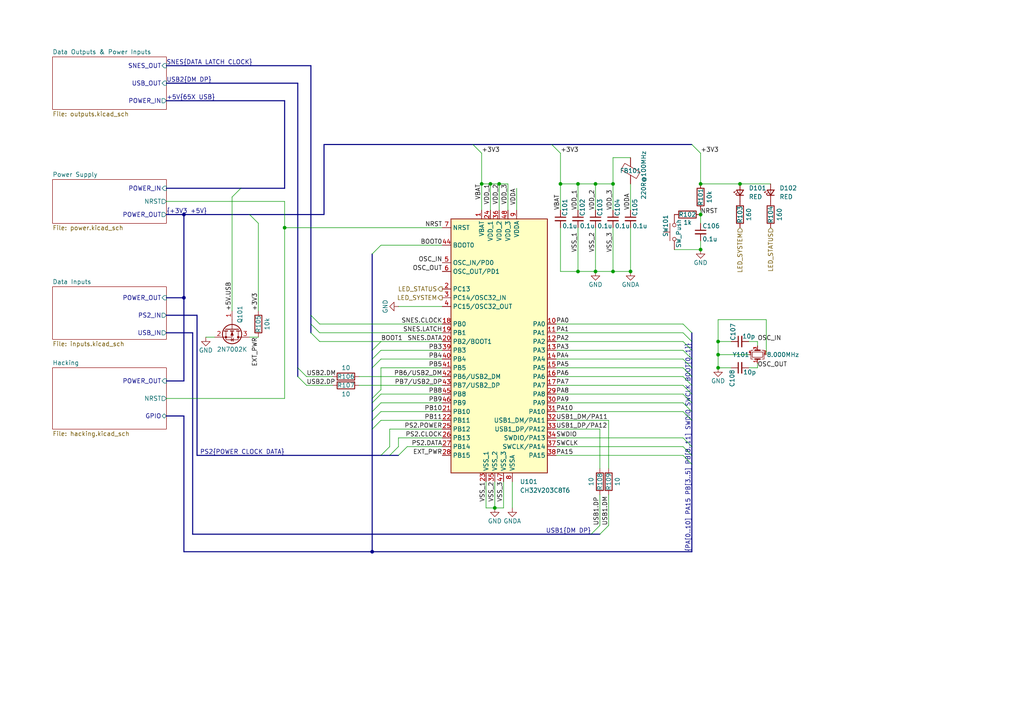
<source format=kicad_sch>
(kicad_sch (version 20231120) (generator "eeschema") (generator_version "8.0")
  (paper "A4")
  (lib_symbols
    (symbol "Device:C_Small" (pin_numbers hide) (pin_names (offset 0.254) hide)
      (property "Reference" "C" (at 0.254 1.778 0))
      (property "Value" "C_Small" (at 0.254 -2.032 0))
      (symbol "C_Small_0_1"
        (polyline (pts (xy -1.524 -0.508) (xy 1.524 -0.508)) (stroke (width 0.3302)))
        (polyline (pts (xy -1.524 0.508) (xy 1.524 0.508)) (stroke (width 0.3048)))
      )
      (symbol "C_Small_1_1"
        (pin passive line (at 0 2.54 270) (length 2.032) (name "~") (number "1"))
        (pin passive line (at 0 -2.54 90) (length 2.032) (name "~") (number "2"))
      )
    )
    (symbol "Device:Crystal_GND24_Small" (pin_names (offset 1.016) hide)
      (property "Reference" "Y" (at 1.27 4.445 0))
      (property "Value" "Crystal_GND24_Small" (at 1.27 2.54 0))
      (symbol "Crystal_GND24_Small_0_1"
        (rectangle (start -0.762 -1.524) (end 0.762 1.524))
        (polyline (pts (xy -1.27 -0.762) (xy -1.27 0.762)) (stroke (width 0.381)))
        (polyline (pts (xy 1.27 -0.762) (xy 1.27 0.762)) (stroke (width 0.381)))
        (polyline (pts (xy -1.27 -1.27) (xy -1.27 -1.905) (xy 1.27 -1.905) (xy 1.27 -1.27)))
        (polyline (pts (xy -1.27 1.27) (xy -1.27 1.905) (xy 1.27 1.905) (xy 1.27 1.27)))
      )
      (symbol "Crystal_GND24_Small_1_1"
        (pin passive line (at -2.54 0 0) (length 1.27) (name "1") (number "1"))
        (pin passive line (at 0 -2.54 90) (length 0.635) (name "2") (number "2"))
        (pin passive line (at 2.54 0 180) (length 1.27) (name "3") (number "3"))
        (pin passive line (at 0 2.54 270) (length 0.635) (name "4") (number "4"))
      )
    )
    (symbol "Device:FerriteBead" (pin_numbers hide) (pin_names (offset 0))
      (property "Reference" "FB" (at -3.81 0.635 90))
      (property "Value" "FerriteBead" (at 3.81 0 90))
      (symbol "FerriteBead_0_1"
        (polyline (pts (xy 0 -1.27) (xy 0 -1.2192)))
        (polyline (pts (xy 0 1.27) (xy 0 1.2954)))
        (polyline (pts (xy -2.7686 0.4064) (xy -1.7018 2.2606) (xy 2.7686 -0.3048) (xy 1.6764 -2.159) (xy -2.7686 0.4064)))
      )
      (symbol "FerriteBead_1_1"
        (pin passive line (at 0 3.81 270) (length 2.54) (name "~") (number "1"))
        (pin passive line (at 0 -3.81 90) (length 2.54) (name "~") (number "2"))
      )
    )
    (symbol "Device:LED_Small" (pin_numbers hide) (pin_names (offset 0.254) hide)
      (property "Reference" "D" (at -1.27 3.175 0))
      (property "Value" "LED_Small" (at -4.445 -2.54 0))
      (symbol "LED_Small_0_1"
        (polyline (pts (xy -0.762 -1.016) (xy -0.762 1.016)) (stroke (width 0.254)))
        (polyline (pts (xy 1.016 0) (xy -0.762 0)))
        (polyline (pts (xy 0.762 -1.016) (xy -0.762 0) (xy 0.762 1.016) (xy 0.762 -1.016)) (stroke (width 0.254)))
        (polyline (pts (xy 0 0.762) (xy -0.508 1.27) (xy -0.254 1.27) (xy -0.508 1.27) (xy -0.508 1.016)))
        (polyline (pts (xy 0.508 1.27) (xy 0 1.778) (xy 0.254 1.778) (xy 0 1.778) (xy 0 1.524)))
      )
      (symbol "LED_Small_1_1"
        (pin passive line (at -2.54 0 0) (length 1.778) (name "K") (number "1"))
        (pin passive line (at 2.54 0 180) (length 1.778) (name "A") (number "2"))
      )
    )
    (symbol "Device:R" (pin_numbers hide) (pin_names (offset 0))
      (property "Reference" "R" (at 2.032 0 90))
      (property "Value" "R" (at 0 0 90))
      (symbol "R_0_1"
        (rectangle (start -1.016 -2.54) (end 1.016 2.54) (stroke (width 0.254)))
      )
      (symbol "R_1_1"
        (pin passive line (at 0 3.81 270) (length 1.27) (name "~") (number "1"))
        (pin passive line (at 0 -3.81 90) (length 1.27) (name "~") (number "2"))
      )
    )
    (symbol "Switch:SW_Push" (pin_numbers hide) (pin_names (offset 1.016) hide)
      (property "Reference" "SW" (at 1.27 2.54 0))
      (property "Value" "SW_Push" (at 0 -1.524 0))
      (symbol "SW_Push_0_1"
        (circle (center -2.032 0) (radius 0.508))
        (polyline (pts (xy 0 1.27) (xy 0 3.048)))
        (polyline (pts (xy 2.54 1.27) (xy -2.54 1.27)))
        (circle (center 2.032 0) (radius 0.508))
        (pin passive line (at -5.08 0 0) (length 2.54) (name "1") (number "1"))
        (pin passive line (at 5.08 0 180) (length 2.54) (name "2") (number "2"))
      )
    )
    (symbol "Transistor_FET:2N7002K" (pin_names hide)
      (property "Reference" "Q" (at 5.08 1.905 0))
      (property "Value" "2N7002K" (at 5.08 0 0))
      (symbol "2N7002K_0_1"
        (polyline (pts (xy 0.254 0) (xy -2.54 0)))
        (polyline (pts (xy 0.254 1.905) (xy 0.254 -1.905)) (stroke (width 0.254)))
        (polyline (pts (xy 0.762 -1.27) (xy 0.762 -2.286)) (stroke (width 0.254)))
        (polyline (pts (xy 0.762 0.508) (xy 0.762 -0.508)) (stroke (width 0.254)))
        (polyline (pts (xy 0.762 2.286) (xy 0.762 1.27)) (stroke (width 0.254)))
        (polyline (pts (xy 2.54 2.54) (xy 2.54 1.778)))
        (polyline (pts (xy 2.54 -2.54) (xy 2.54 0) (xy 0.762 0)))
        (polyline (pts (xy 0.762 -1.778) (xy 3.302 -1.778) (xy 3.302 1.778) (xy 0.762 1.778)))
        (polyline (pts (xy 1.016 0) (xy 2.032 0.381) (xy 2.032 -0.381) (xy 1.016 0)) (fill (type outline)))
        (polyline (pts (xy 2.794 0.508) (xy 2.921 0.381) (xy 3.683 0.381) (xy 3.81 0.254)))
        (polyline (pts (xy 3.302 0.381) (xy 2.921 -0.254) (xy 3.683 -0.254) (xy 3.302 0.381)))
        (circle (center 1.651 0) (radius 2.794) (stroke (width 0.254)))
        (circle (center 2.54 -1.778) (radius 0.254) (fill (type outline)))
        (circle (center 2.54 1.778) (radius 0.254) (fill (type outline)))
      )
      (symbol "2N7002K_1_1"
        (pin input line (at -5.08 0 0) (length 2.54) (name "G") (number "1"))
        (pin passive line (at 2.54 -5.08 90) (length 2.54) (name "S") (number "2"))
        (pin passive line (at 2.54 5.08 270) (length 2.54) (name "D") (number "3"))
      )
    )
    (symbol "WCH MCUs:CH32V203CxT6"
      (property "Reference" "U" (at -10.16 -41.91 0))
      (property "Value" "CH32V203CxT6" (at -19.05 -41.91 0))
      (symbol "CH32V203CxT6_0_1"
        (rectangle (start -13.97 38.1) (end 13.97 -35.56) (stroke (width 0.254)) (fill (type background)))
      )
      (symbol "CH32V203CxT6_1_1"
        (pin power_in line (at -5.08 40.64 270) (length 2.54) (name "VBAT") (number "1"))
        (pin bidirectional line (at 16.51 7.62 180) (length 2.54) (name "PA0") (number "10"))
        (pin bidirectional line (at 16.51 5.08 180) (length 2.54) (name "PA1") (number "11"))
        (pin bidirectional line (at 16.51 2.54 180) (length 2.54) (name "PA2") (number "12"))
        (pin bidirectional line (at 16.51 0 180) (length 2.54) (name "PA3") (number "13"))
        (pin bidirectional line (at 16.51 -2.54 180) (length 2.54) (name "PA4") (number "14"))
        (pin bidirectional line (at 16.51 -5.08 180) (length 2.54) (name "PA5") (number "15"))
        (pin bidirectional line (at 16.51 -7.62 180) (length 2.54) (name "PA6") (number "16"))
        (pin bidirectional line (at 16.51 -10.16 180) (length 2.54) (name "PA7") (number "17"))
        (pin bidirectional line (at -16.51 7.62 0) (length 2.54) (name "PB0") (number "18"))
        (pin bidirectional line (at -16.51 5.08 0) (length 2.54) (name "PB1") (number "19"))
        (pin bidirectional line (at -16.51 17.78 0) (length 2.54) (name "PC13") (number "2"))
        (pin bidirectional line (at -16.51 2.54 0) (length 2.54) (name "PB2/BOOT1") (number "20"))
        (pin bidirectional line (at -16.51 -17.78 0) (length 2.54) (name "PB10") (number "21"))
        (pin bidirectional line (at -16.51 -20.32 0) (length 2.54) (name "PB11") (number "22"))
        (pin power_in line (at -3.81 -38.1 90) (length 2.54) (name "VSS_1") (number "23"))
        (pin power_in line (at -2.54 40.64 270) (length 2.54) (name "VDD_1") (number "24"))
        (pin bidirectional line (at -16.51 -22.86 0) (length 2.54) (name "PB12") (number "25"))
        (pin bidirectional line (at -16.51 -25.4 0) (length 2.54) (name "PB13") (number "26"))
        (pin bidirectional line (at -16.51 -27.94 0) (length 2.54) (name "PB14") (number "27"))
        (pin bidirectional line (at -16.51 -30.48 0) (length 2.54) (name "PB15") (number "28"))
        (pin bidirectional line (at 16.51 -12.7 180) (length 2.54) (name "PA8") (number "29"))
        (pin bidirectional line (at -16.51 15.24 0) (length 2.54) (name "PC14/OSC32_IN") (number "3"))
        (pin bidirectional line (at 16.51 -15.24 180) (length 2.54) (name "PA9") (number "30"))
        (pin bidirectional line (at 16.51 -17.78 180) (length 2.54) (name "PA10") (number "31"))
        (pin bidirectional line (at 16.51 -20.32 180) (length 2.54) (name "USB1_DM/PA11") (number "32"))
        (pin bidirectional line (at 16.51 -22.86 180) (length 2.54) (name "USB1_DP/PA12") (number "33"))
        (pin bidirectional line (at 16.51 -25.4 180) (length 2.54) (name "SWDIO/PA13") (number "34"))
        (pin power_in line (at -1.27 -38.1 90) (length 2.54) (name "VSS_2") (number "35"))
        (pin power_in line (at 0 40.64 270) (length 2.54) (name "VDD_2") (number "36"))
        (pin bidirectional line (at 16.51 -27.94 180) (length 2.54) (name "SWCLK/PA14") (number "37"))
        (pin bidirectional line (at 16.51 -30.48 180) (length 2.54) (name "PA15") (number "38"))
        (pin bidirectional line (at -16.51 0 0) (length 2.54) (name "PB3") (number "39"))
        (pin bidirectional line (at -16.51 12.7 0) (length 2.54) (name "PC15/OSC32_OUT") (number "4"))
        (pin bidirectional line (at -16.51 -2.54 0) (length 2.54) (name "PB4") (number "40"))
        (pin bidirectional line (at -16.51 -5.08 0) (length 2.54) (name "PB5") (number "41"))
        (pin bidirectional line (at -16.51 -7.62 0) (length 2.54) (name "PB6/USB2_DM") (number "42"))
        (pin bidirectional line (at -16.51 -10.16 0) (length 2.54) (name "PB7/USB2_DP") (number "43"))
        (pin input line (at -16.51 30.48 0) (length 2.54) (name "BOOT0") (number "44"))
        (pin bidirectional line (at -16.51 -12.7 0) (length 2.54) (name "PB8") (number "45"))
        (pin bidirectional line (at -16.51 -15.24 0) (length 2.54) (name "PB9") (number "46"))
        (pin power_in line (at 1.27 -38.1 90) (length 2.54) (name "VSS_3") (number "47"))
        (pin power_in line (at 2.54 40.64 270) (length 2.54) (name "VDD_3") (number "48"))
        (pin input line (at -16.51 25.4 0) (length 2.54) (name "OSC_IN/PD0") (number "5"))
        (pin input line (at -16.51 22.86 0) (length 2.54) (name "OSC_OUT/PD1") (number "6"))
        (pin input line (at -16.51 35.56 0) (length 2.54) (name "NRST") (number "7"))
        (pin power_in line (at 3.81 -38.1 90) (length 2.54) (name "VSSA") (number "8"))
        (pin power_in line (at 5.08 40.64 270) (length 2.54) (name "VDDA") (number "9"))
      )
    )
    (symbol "power:GND" (power) (pin_numbers hide) (pin_names (offset 0) hide)
      (property "Value" "GND" (at 0 -3.81 0))
      (symbol "GND_0_1"
        (polyline (pts (xy 0 0) (xy 0 -1.27) (xy 1.27 -1.27) (xy 0 -2.54) (xy -1.27 -1.27) (xy 0 -1.27)))
      )
      (symbol "GND_1_1"
        (pin power_in line (at 0 0 270) (length 0) (name "~") (number "1"))
      )
    )
    (symbol "power:GNDA" (power) (pin_numbers hide) (pin_names (offset 0) hide)
      (property "Value" "GNDA" (at 0 -3.81 0))
      (symbol "GNDA_0_1"
        (polyline (pts (xy 0 0) (xy 0 -1.27) (xy 1.27 -1.27) (xy 0 -2.54) (xy -1.27 -1.27) (xy 0 -1.27)))
      )
      (symbol "GNDA_1_1"
        (pin power_in line (at 0 0 270) (length 0) (name "~") (number "1"))
      )
    )
  )
  (junction (at 208.28 99.06))
  (junction (at 208.28 102.87))
  (junction (at 143.51 147.32))
  (junction (at 82.55 66.04))
  (junction (at 167.64 78.74))
  (junction (at 107.95 160.02))
  (junction (at 214.63 53.34))
  (junction (at 203.2 62.23))
  (junction (at 162.56 53.34))
  (junction (at 53.34 86.36))
  (junction (at 182.88 78.74))
  (junction (at 144.78 53.34))
  (junction (at 203.2 72.39))
  (junction (at 208.28 106.68))
  (junction (at 177.8 78.74))
  (junction (at 139.7 53.34))
  (junction (at 203.2 53.34))
  (junction (at 172.72 53.34))
  (junction (at 142.24 53.34))
  (junction (at 167.64 53.34))
  (junction (at 172.72 78.74))
  (junction (at 53.34 62.23))
  (junction (at 177.8 53.34))
  (bus_entry (at 198.12 127) (size 2.54 2.54))
  (bus_entry (at 198.12 109.22) (size 2.54 2.54))
  (bus_entry (at 113.03 129.54) (size -2.54 2.54))
  (bus_entry (at 198.12 111.76) (size 2.54 2.54))
  (bus_entry (at 110.49 116.84) (size -2.54 2.54))
  (bus_entry (at 90.17 91.44) (size 2.54 2.54))
  (bus_entry (at 198.12 106.68) (size 2.54 2.54))
  (bus_entry (at 72.39 62.23) (size 2.54 2.54))
  (bus_entry (at 107.95 73.66) (size 2.54 -2.54))
  (bus_entry (at 160.02 41.91) (size 2.54 2.54))
  (bus_entry (at 198.12 132.08) (size 2.54 2.54))
  (bus_entry (at 110.49 119.38) (size -2.54 2.54))
  (bus_entry (at 90.17 96.52) (size 2.54 2.54))
  (bus_entry (at 110.49 113.03) (size -2.54 2.54))
  (bus_entry (at 198.12 104.14) (size 2.54 2.54))
  (bus_entry (at 198.12 116.84) (size 2.54 2.54))
  (bus_entry (at 118.11 129.54) (size -2.54 2.54))
  (bus_entry (at 198.12 101.6) (size 2.54 2.54))
  (bus_entry (at 110.49 121.92) (size -2.54 2.54))
  (bus_entry (at 198.12 114.3) (size 2.54 2.54))
  (bus_entry (at 198.12 119.38) (size 2.54 2.54))
  (bus_entry (at 86.36 109.22) (size 2.54 2.54))
  (bus_entry (at 137.16 41.91) (size 2.54 2.54))
  (bus_entry (at 107.95 101.6) (size 2.54 -2.54))
  (bus_entry (at 115.57 129.54) (size -2.54 2.54))
  (bus_entry (at 90.17 93.98) (size 2.54 2.54))
  (bus_entry (at 86.36 106.68) (size 2.54 2.54))
  (bus_entry (at 173.99 154.94) (size 2.54 -2.54))
  (bus_entry (at 198.12 99.06) (size 2.54 2.54))
  (bus_entry (at 107.95 116.84) (size 2.54 -2.54))
  (bus_entry (at 110.49 104.14) (size -2.54 2.54))
  (bus_entry (at 171.45 154.94) (size 2.54 -2.54))
  (bus_entry (at 198.12 96.52) (size 2.54 2.54))
  (bus_entry (at 69.85 54.61) (size -2.54 2.54))
  (bus_entry (at 198.12 93.98) (size 2.54 2.54))
  (bus_entry (at 110.49 101.6) (size -2.54 2.54))
  (bus_entry (at 200.66 41.91) (size 2.54 2.54))
  (bus_entry (at 198.12 129.54) (size 2.54 2.54))
  (wire (pts (xy 92.71 93.98) (xy 128.27 93.98)))
  (bus (pts (xy 55.88 96.52) (xy 48.26 96.52)))
  (bus (pts (xy 90.17 93.98) (xy 90.17 91.44)))
  (wire (pts (xy 222.25 92.71) (xy 222.25 102.87)))
  (bus (pts (xy 57.15 132.08) (xy 57.15 91.44)))
  (wire (pts (xy 161.29 96.52) (xy 198.12 96.52)))
  (bus (pts (xy 53.34 62.23) (xy 53.34 86.36)))
  (wire (pts (xy 92.71 99.06) (xy 110.49 99.06)))
  (wire (pts (xy 177.8 45.72) (xy 177.8 53.34)))
  (wire (pts (xy 161.29 106.68) (xy 198.12 106.68)))
  (wire (pts (xy 161.29 104.14) (xy 198.12 104.14)))
  (wire (pts (xy 161.29 99.06) (xy 198.12 99.06)))
  (wire (pts (xy 143.51 139.7) (xy 143.51 147.32)))
  (bus (pts (xy 200.66 129.54) (xy 200.66 132.08)))
  (bus (pts (xy 107.95 101.6) (xy 107.95 104.14)))
  (wire (pts (xy 142.24 53.34) (xy 142.24 60.96)))
  (wire (pts (xy 128.27 66.04) (xy 82.55 66.04)))
  (bus (pts (xy 90.17 91.44) (xy 90.17 19.05)))
  (wire (pts (xy 110.49 101.6) (xy 128.27 101.6)))
  (wire (pts (xy 128.27 127) (xy 115.57 127)))
  (wire (pts (xy 167.64 53.34) (xy 172.72 53.34)))
  (wire (pts (xy 177.8 53.34) (xy 177.8 60.96)))
  (wire (pts (xy 110.49 116.84) (xy 128.27 116.84)))
  (bus (pts (xy 200.66 106.68) (xy 200.66 109.22)))
  (wire (pts (xy 110.49 104.14) (xy 128.27 104.14)))
  (wire (pts (xy 161.29 111.76) (xy 198.12 111.76)))
  (bus (pts (xy 200.66 99.06) (xy 200.66 101.6)))
  (wire (pts (xy 67.31 57.15) (xy 67.31 90.17)))
  (wire (pts (xy 139.7 53.34) (xy 142.24 53.34)))
  (wire (pts (xy 208.28 99.06) (xy 208.28 102.87)))
  (wire (pts (xy 219.71 106.68) (xy 219.71 105.41)))
  (wire (pts (xy 162.56 60.96) (xy 162.56 53.34)))
  (wire (pts (xy 172.72 78.74) (xy 177.8 78.74)))
  (wire (pts (xy 110.49 99.06) (xy 128.27 99.06)))
  (wire (pts (xy 128.27 124.46) (xy 113.03 124.46)))
  (wire (pts (xy 104.14 109.22) (xy 128.27 109.22)))
  (bus (pts (xy 137.16 41.91) (xy 93.98 41.91)))
  (wire (pts (xy 142.24 53.34) (xy 144.78 53.34)))
  (wire (pts (xy 177.8 53.34) (xy 172.72 53.34)))
  (wire (pts (xy 177.8 66.04) (xy 177.8 78.74)))
  (wire (pts (xy 162.56 44.45) (xy 162.56 53.34)))
  (wire (pts (xy 161.29 93.98) (xy 198.12 93.98)))
  (wire (pts (xy 203.2 44.45) (xy 203.2 53.34)))
  (wire (pts (xy 161.29 101.6) (xy 198.12 101.6)))
  (wire (pts (xy 203.2 72.39) (xy 203.2 69.85)))
  (bus (pts (xy 82.55 29.21) (xy 82.55 54.61)))
  (wire (pts (xy 144.78 53.34) (xy 144.78 60.96)))
  (wire (pts (xy 173.99 143.51) (xy 173.99 152.4)))
  (wire (pts (xy 110.49 119.38) (xy 128.27 119.38)))
  (bus (pts (xy 200.66 134.62) (xy 200.66 160.02)))
  (bus (pts (xy 171.45 154.94) (xy 173.99 154.94)))
  (bus (pts (xy 200.66 96.52) (xy 200.66 99.06)))
  (wire (pts (xy 128.27 129.54) (xy 118.11 129.54)))
  (bus (pts (xy 48.26 86.36) (xy 53.34 86.36)))
  (bus (pts (xy 107.95 116.84) (xy 107.95 119.38)))
  (wire (pts (xy 161.29 132.08) (xy 198.12 132.08)))
  (bus (pts (xy 200.66 101.6) (xy 200.66 104.14)))
  (bus (pts (xy 107.95 121.92) (xy 107.95 124.46)))
  (wire (pts (xy 110.49 121.92) (xy 128.27 121.92)))
  (wire (pts (xy 182.88 66.04) (xy 182.88 78.74)))
  (wire (pts (xy 182.88 45.72) (xy 177.8 45.72)))
  (bus (pts (xy 113.03 132.08) (xy 115.57 132.08)))
  (wire (pts (xy 110.49 106.68) (xy 110.49 113.03)))
  (bus (pts (xy 200.66 121.92) (xy 200.66 129.54)))
  (bus (pts (xy 107.95 115.57) (xy 107.95 116.84)))
  (wire (pts (xy 173.99 135.89) (xy 173.99 124.46)))
  (wire (pts (xy 161.29 114.3) (xy 198.12 114.3)))
  (wire (pts (xy 177.8 78.74) (xy 182.88 78.74)))
  (wire (pts (xy 208.28 92.71) (xy 222.25 92.71)))
  (wire (pts (xy 208.28 106.68) (xy 208.28 102.87)))
  (wire (pts (xy 162.56 78.74) (xy 167.64 78.74)))
  (wire (pts (xy 214.63 53.34) (xy 223.52 53.34)))
  (bus (pts (xy 110.49 132.08) (xy 113.03 132.08)))
  (wire (pts (xy 217.17 99.06) (xy 219.71 99.06)))
  (bus (pts (xy 107.95 104.14) (xy 107.95 106.68)))
  (wire (pts (xy 140.97 147.32) (xy 140.97 139.7)))
  (wire (pts (xy 146.05 147.32) (xy 143.51 147.32)))
  (bus (pts (xy 160.02 41.91) (xy 200.66 41.91)))
  (wire (pts (xy 176.53 121.92) (xy 161.29 121.92)))
  (wire (pts (xy 161.29 129.54) (xy 198.12 129.54)))
  (wire (pts (xy 139.7 60.96) (xy 139.7 53.34)))
  (wire (pts (xy 113.03 124.46) (xy 113.03 129.54)))
  (bus (pts (xy 53.34 120.65) (xy 48.26 120.65)))
  (bus (pts (xy 48.26 24.13) (xy 86.36 24.13)))
  (wire (pts (xy 146.05 139.7) (xy 146.05 147.32)))
  (wire (pts (xy 161.29 116.84) (xy 198.12 116.84)))
  (bus (pts (xy 53.34 62.23) (xy 72.39 62.23)))
  (bus (pts (xy 72.39 62.23) (xy 93.98 62.23)))
  (wire (pts (xy 139.7 44.45) (xy 139.7 53.34)))
  (wire (pts (xy 74.93 64.77) (xy 74.93 90.17)))
  (bus (pts (xy 107.95 119.38) (xy 107.95 121.92)))
  (bus (pts (xy 107.95 160.02) (xy 53.34 160.02)))
  (wire (pts (xy 195.58 72.39) (xy 203.2 72.39)))
  (bus (pts (xy 107.95 106.68) (xy 107.95 115.57)))
  (wire (pts (xy 72.39 97.79) (xy 74.93 97.79)))
  (wire (pts (xy 88.9 109.22) (xy 96.52 109.22)))
  (bus (pts (xy 137.16 41.91) (xy 160.02 41.91)))
  (wire (pts (xy 149.86 54.61) (xy 149.86 60.96)))
  (bus (pts (xy 86.36 109.22) (xy 86.36 106.68)))
  (wire (pts (xy 161.29 127) (xy 198.12 127)))
  (bus (pts (xy 55.88 154.94) (xy 55.88 96.52)))
  (bus (pts (xy 200.66 111.76) (xy 200.66 114.3)))
  (bus (pts (xy 53.34 110.49) (xy 48.26 110.49)))
  (wire (pts (xy 208.28 99.06) (xy 212.09 99.06)))
  (wire (pts (xy 82.55 66.04) (xy 82.55 115.57)))
  (wire (pts (xy 115.57 127) (xy 115.57 129.54)))
  (bus (pts (xy 69.85 54.61) (xy 48.26 54.61)))
  (wire (pts (xy 217.17 106.68) (xy 219.71 106.68)))
  (bus (pts (xy 200.66 114.3) (xy 200.66 116.84)))
  (bus (pts (xy 200.66 132.08) (xy 200.66 134.62)))
  (wire (pts (xy 203.2 60.96) (xy 203.2 62.23)))
  (wire (pts (xy 162.56 53.34) (xy 167.64 53.34)))
  (wire (pts (xy 48.26 58.42) (xy 82.55 58.42)))
  (bus (pts (xy 82.55 54.61) (xy 69.85 54.61)))
  (wire (pts (xy 88.9 111.76) (xy 96.52 111.76)))
  (wire (pts (xy 212.09 106.68) (xy 208.28 106.68)))
  (bus (pts (xy 93.98 41.91) (xy 93.98 62.23)))
  (wire (pts (xy 110.49 106.68) (xy 128.27 106.68)))
  (wire (pts (xy 59.69 97.79) (xy 62.23 97.79)))
  (bus (pts (xy 57.15 132.08) (xy 110.49 132.08)))
  (bus (pts (xy 107.95 73.66) (xy 107.95 101.6)))
  (bus (pts (xy 48.26 29.21) (xy 82.55 29.21)))
  (wire (pts (xy 203.2 62.23) (xy 203.2 64.77)))
  (wire (pts (xy 172.72 53.34) (xy 172.72 60.96)))
  (wire (pts (xy 148.59 139.7) (xy 148.59 147.32)))
  (wire (pts (xy 110.49 71.12) (xy 128.27 71.12)))
  (wire (pts (xy 161.29 109.22) (xy 198.12 109.22)))
  (bus (pts (xy 200.66 116.84) (xy 200.66 119.38)))
  (wire (pts (xy 82.55 66.04) (xy 82.55 58.42)))
  (wire (pts (xy 173.99 124.46) (xy 161.29 124.46)))
  (bus (pts (xy 48.26 19.05) (xy 90.17 19.05)))
  (wire (pts (xy 161.29 119.38) (xy 198.12 119.38)))
  (wire (pts (xy 203.2 53.34) (xy 214.63 53.34)))
  (wire (pts (xy 167.64 66.04) (xy 167.64 78.74)))
  (bus (pts (xy 200.66 104.14) (xy 200.66 106.68)))
  (bus (pts (xy 53.34 86.36) (xy 53.34 110.49)))
  (wire (pts (xy 167.64 78.74) (xy 172.72 78.74)))
  (wire (pts (xy 219.71 99.06) (xy 219.71 100.33)))
  (bus (pts (xy 86.36 106.68) (xy 86.36 24.13)))
  (bus (pts (xy 48.26 62.23) (xy 53.34 62.23)))
  (wire (pts (xy 128.27 88.9) (xy 115.57 88.9)))
  (bus (pts (xy 53.34 160.02) (xy 53.34 120.65)))
  (wire (pts (xy 162.56 66.04) (xy 162.56 78.74)))
  (bus (pts (xy 200.66 109.22) (xy 200.66 111.76)))
  (wire (pts (xy 182.88 53.34) (xy 182.88 60.96)))
  (wire (pts (xy 176.53 135.89) (xy 176.53 121.92)))
  (wire (pts (xy 143.51 147.32) (xy 140.97 147.32)))
  (wire (pts (xy 144.78 53.34) (xy 147.32 53.34)))
  (wire (pts (xy 104.14 111.76) (xy 128.27 111.76)))
  (bus (pts (xy 107.95 160.02) (xy 200.66 160.02)))
  (bus (pts (xy 200.66 119.38) (xy 200.66 121.92)))
  (wire (pts (xy 82.55 115.57) (xy 48.26 115.57)))
  (wire (pts (xy 208.28 92.71) (xy 208.28 99.06)))
  (wire (pts (xy 110.49 114.3) (xy 128.27 114.3)))
  (bus (pts (xy 55.88 154.94) (xy 171.45 154.94)))
  (bus (pts (xy 57.15 91.44) (xy 48.26 91.44)))
  (wire (pts (xy 176.53 143.51) (xy 176.53 152.4)))
  (bus (pts (xy 107.95 124.46) (xy 107.95 160.02)))
  (wire (pts (xy 172.72 66.04) (xy 172.72 78.74)))
  (wire (pts (xy 208.28 102.87) (xy 217.17 102.87)))
  (wire (pts (xy 92.71 96.52) (xy 128.27 96.52)))
  (wire (pts (xy 167.64 53.34) (xy 167.64 60.96)))
  (wire (pts (xy 147.32 53.34) (xy 147.32 60.96)))
  (bus (pts (xy 90.17 96.52) (xy 90.17 93.98)))
  (label "PB5" (at 128.27 106.68 180))
  (label "USB2.DP" (at 88.9 111.76 0))
  (label "VDD_3" (at 147.32 53.34 270))
  (label "VBAT" (at 139.7 53.34 270))
  (label "PA10" (at 161.29 119.38 0))
  (label "PA9" (at 161.29 116.84 0))
  (label "USB2{DM DP}" (at 48.26 24.13 0))
  (label "PA8" (at 161.29 114.3 0))
  (label "SNES{DATA LATCH CLOCK}" (at 48.26 19.05 0))
  (label "BOOT1" (at 110.49 99.06 0))
  (label "NRST" (at 203.2 62.23 0))
  (label "VSS_3" (at 177.8 67.31 270))
  (label "SNES.CLOCK" (at 128.27 93.98 180))
  (label "{+3V3 +5V}" (at 48.26 62.23 0))
  (label "PB6/USB2_DM" (at 128.27 109.22 180))
  (label "OSC_IN" (at 128.27 76.2 180))
  (label "SWDIO" (at 161.29 127 0))
  (label "PB4" (at 128.27 104.14 180))
  (label "PB9" (at 128.27 116.84 180))
  (label "PA6" (at 161.29 109.22 0))
  (label "VSS_1" (at 167.64 67.31 270))
  (label "+5V.USB" (at 67.31 90.17 90))
  (label "PA4" (at 161.29 104.14 0))
  (label "PA5" (at 161.29 106.68 0))
  (label "OSC_OUT" (at 128.27 78.74 180))
  (label "PB8" (at 128.27 114.3 180))
  (label "OSC_IN" (at 219.71 99.06 0))
  (label "PA1" (at 161.29 96.52 0))
  (label "PB3" (at 128.27 101.6 180))
  (label "NRST" (at 128.27 66.04 180))
  (label "USB1{DM DP}" (at 171.45 154.94 180))
  (label "VDD_2" (at 172.72 60.96 90))
  (label "SNES.LATCH" (at 128.27 96.52 180))
  (label "USB2.DM" (at 88.9 109.22 0))
  (label "PS2{POWER CLOCK DATA}" (at 82.55 132.08 180))
  (label "PS2.DATA" (at 128.27 129.54 180))
  (label "PA0" (at 161.29 93.98 0))
  (label "PA15" (at 161.29 132.08 0))
  (label "+3V3" (at 139.7 44.45 0))
  (label "PB7/USB2_DP" (at 128.27 111.76 180))
  (label "USB1_DP/PA12" (at 161.29 124.46 0))
  (label "VSS_2" (at 143.51 139.7 270))
  (label "USB1.DM" (at 176.53 152.4 90))
  (label "BOOT0" (at 128.27 71.12 180))
  (label "SWCLK" (at 161.29 129.54 0))
  (label "OSC_OUT" (at 219.71 106.68 0))
  (label "PS2.POWER" (at 128.27 124.46 180))
  (label "VSS_1" (at 140.97 139.7 270))
  (label "+3V3" (at 74.93 90.17 90))
  (label "SNES.DATA" (at 128.27 99.06 180))
  (label "PA2" (at 161.29 99.06 0))
  (label "VDDA" (at 149.86 54.61 270))
  (label "+5V{65X USB}" (at 48.26 29.21 0))
  (label "+3V3" (at 203.2 44.45 0))
  (label "PA7" (at 161.29 111.76 0))
  (label "VDD_1" (at 167.64 60.96 90))
  (label "EXT_PWR" (at 128.27 132.08 180))
  (label "VDD_2" (at 144.78 53.34 270))
  (label "USB1_DM/PA11" (at 161.29 121.92 0))
  (label "+3V3" (at 162.56 44.45 0))
  (label "PB10" (at 128.27 119.38 180))
  (label "VSS_3" (at 146.05 139.7 270))
  (label "VSS_2" (at 172.72 67.31 270))
  (label "VBAT" (at 162.56 60.96 90))
  (label "VDD_1" (at 142.24 53.34 270))
  (label "PS2.CLOCK" (at 128.27 127 180))
  (label "VDD_3" (at 177.8 60.96 90))
  (label "PA3" (at 161.29 101.6 0))
  (label "EXT_PWR" (at 74.93 97.79 270))
  (label "{PA[0..10] PA15 PB[3..5] PB[8..11] SWDIO SWCLK BOOT[0..1]}" (at 200.66 160.02 90))
  (label "USB1.DP" (at 173.99 152.4 90))
  (label "VDDA" (at 182.88 60.96 90))
  (label "PB11" (at 128.27 121.92 180))
  (hierarchical_label "LED_STATUS" (shape input) (at 223.52 66.04 270))
  (hierarchical_label "LED_SYSTEM" (shape input) (at 214.63 66.04 270))
  (hierarchical_label "LED_STATUS" (shape output) (at 128.27 83.82 180))
  (hierarchical_label "LED_SYSTEM" (shape output) (at 128.27 86.36 180))
  (symbol (lib_id "Device:LED_Small") (at 223.52 55.88 90) (unit 1)
    (property "Reference" "D102" (at 226.06 54.5464 90) (effects (justify right)))
    (property "Value" "RED" (at 226.06 57.0864 90) (effects (justify right)))
    (property "Footprint" "LED_SMD:LED_0805_2012Metric_Pad1.15x1.40mm_HandSolder" (effects (hide yes)))
    (property "Description" "Light emitting diode, small symbol" (effects (hide yes)))
  )
  (symbol (lib_id "Device:C_Small") (at 203.2 67.31 0) (unit 1)
    (property "Reference" "C106" (at 203.708 65.532 0) (effects (justify left)))
    (property "Value" "0.1u" (at 203.708 69.342 0) (effects (justify left)))
    (property "Footprint" "Capacitor_SMD:C_0805_2012Metric" (effects (hide yes)))
    (property "Description" "Unpolarized capacitor, small symbol" (effects (hide yes)))
    (property "Sim.Device" "C" (effects (hide yes)))
    (property "Sim.Pins" "1=+ 2=-" (effects (hide yes)))
  )
  (symbol (lib_id "Device:R") (at 74.93 93.98 180) (unit 1)
    (property "Reference" "R105" (at 74.93 93.98 90))
    (property "Value" "10k" (at 77.47 93.98 90))
    (property "Footprint" "Resistor_SMD:R_0805_2012Metric" (effects (hide yes)))
  )
  (symbol (lib_id "Device:C_Small") (at 162.56 63.5 0) (unit 1)
    (property "Reference" "C101" (at 163.83 62.738 90) (effects (justify left)))
    (property "Value" "0.1u" (at 163.068 65.532 0) (effects (justify left)))
    (property "Footprint" "Capacitor_SMD:C_0805_2012Metric" (effects (hide yes)))
    (property "Description" "Unpolarized capacitor, small symbol" (effects (hide yes)))
  )
  (symbol (lib_id "Device:R") (at 100.33 111.76 90) (unit 1)
    (property "Reference" "R107" (at 100.33 111.76 90))
    (property "Value" "10" (at 100.33 114.3 90))
    (property "Footprint" "Resistor_SMD:R_0805_2012Metric" (effects (hide yes)))
  )
  (symbol (lib_id "Switch:SW_Push") (at 195.58 67.31 90) (unit 1)
    (property "Reference" "SW101" (at 193.04 62.23 0) (effects (justify right)))
    (property "Value" "SW_Push" (at 196.85 63.5 0) (effects (justify right)))
    (property "Footprint" "Button_Switch_SMD:SW_Push_SPST_NO_Alps_SKRK" (effects (hide yes)))
  )
  (symbol (lib_id "Device:R") (at 176.53 139.7 180) (unit 1)
    (property "Reference" "R109" (at 176.53 139.7 90))
    (property "Value" "10" (at 179.07 139.7 90))
    (property "Footprint" "Resistor_SMD:R_0805_2012Metric" (effects (hide yes)))
  )
  (symbol (lib_id "power:GND") (at 172.72 78.74 0) (unit 1)
    (property "Reference" "#PWR0102" (effects (hide yes)))
    (property "Value" "GND" (at 172.72 82.55 0))
    (property "Description" "Power symbol creates a global label with name \"GND\" , ground" (effects (hide yes)))
  )
  (symbol (lib_id "Device:R") (at 214.63 62.23 180) (unit 1)
    (property "Reference" "R103" (at 214.63 62.23 90))
    (property "Value" "160" (at 217.17 62.23 90))
    (property "Footprint" "Resistor_SMD:R_0805_2012Metric" (effects (hide yes)))
  )
  (symbol (lib_id "power:GNDA") (at 148.59 147.32 0) (unit 1)
    (property "Reference" "#PWR0108" (effects (hide yes)))
    (property "Value" "GNDA" (at 148.59 151.13 0))
    (property "Description" "Power symbol creates a global label with name \"GNDA\" , analog ground" (effects (hide yes)))
  )
  (symbol (lib_id "Device:R") (at 199.39 62.23 90) (unit 1)
    (property "Reference" "R102" (at 201.93 62.23 90) (effects (justify left)))
    (property "Value" "1k" (at 200.66 64.516 90) (effects (justify left)))
    (property "Footprint" "Resistor_SMD:R_0805_2012Metric" (effects (hide yes)))
    (property "Sim.Device" "R" (effects (hide yes)))
    (property "Sim.Pins" "1=+ 2=-" (effects (hide yes)))
  )
  (symbol (lib_id "Device:FerriteBead") (at 182.88 49.53 180) (unit 1)
    (property "Reference" "FB101" (at 182.88 49.53 0))
    (property "Value" "220R@100MHz" (at 186.69 50.8 90))
    (property "Footprint" "Inductor_SMD:L_0603_1608Metric" (effects (hide yes)))
    (property "Datasheet" "GBK160808T-221Y-N" (effects (hide yes)))
  )
  (symbol (lib_id "Device:R") (at 223.52 62.23 180) (unit 1)
    (property "Reference" "R104" (at 223.52 62.23 90))
    (property "Value" "160" (at 226.06 62.23 90))
    (property "Footprint" "Resistor_SMD:R_0805_2012Metric" (effects (hide yes)))
  )
  (symbol (lib_id "Device:C_Small") (at 214.63 99.06 90) (unit 1)
    (property "Reference" "C107" (at 212.598 96.266 0))
    (property "Value" "10p" (at 217.17 97.536 90))
    (property "Footprint" "Capacitor_SMD:C_0402_1005Metric" (effects (hide yes)))
    (property "Description" "Unpolarized capacitor, small symbol" (effects (hide yes)))
  )
  (symbol (lib_id "power:GND") (at 115.57 88.9 270) (unit 1)
    (property "Reference" "#PWR0104" (effects (hide yes)))
    (property "Value" "GND" (at 111.76 88.9 0))
    (property "Description" "Power symbol creates a global label with name \"GND\" , ground" (effects (hide yes)))
  )
  (symbol (lib_id "power:GNDA") (at 182.88 78.74 0) (unit 1)
    (property "Reference" "#PWR0103" (effects (hide yes)))
    (property "Value" "GNDA" (at 182.88 82.55 0))
    (property "Description" "Power symbol creates a global label with name \"GNDA\" , analog ground" (effects (hide yes)))
  )
  (symbol (lib_id "Device:LED_Small") (at 214.63 55.88 90) (unit 1)
    (property "Reference" "D101" (at 217.17 54.5464 90) (effects (justify right)))
    (property "Value" "RED" (at 217.17 57.0864 90) (effects (justify right)))
    (property "Footprint" "LED_SMD:LED_0805_2012Metric_Pad1.15x1.40mm_HandSolder" (effects (hide yes)))
    (property "Description" "Light emitting diode, small symbol" (effects (hide yes)))
  )
  (symbol (lib_id "Device:C_Small") (at 177.8 63.5 0) (unit 1)
    (property "Reference" "C104" (at 179.07 62.738 90) (effects (justify left)))
    (property "Value" "0.1u" (at 178.308 65.532 0) (effects (justify left)))
    (property "Footprint" "Capacitor_SMD:C_0805_2012Metric" (effects (hide yes)))
    (property "Description" "Unpolarized capacitor, small symbol" (effects (hide yes)))
  )
  (symbol (lib_id "Device:C_Small") (at 182.88 63.5 0) (unit 1)
    (property "Reference" "C105" (at 184.15 62.738 90) (effects (justify left)))
    (property "Value" "0.1u" (at 183.388 65.532 0) (effects (justify left)))
    (property "Footprint" "Capacitor_SMD:C_0805_2012Metric" (effects (hide yes)))
    (property "Description" "Unpolarized capacitor, small symbol" (effects (hide yes)))
  )
  (symbol (lib_id "Device:C_Small") (at 214.63 106.68 90) (unit 1)
    (property "Reference" "C108" (at 212.344 109.728 0))
    (property "Value" "10p" (at 217.424 107.95 90))
    (property "Footprint" "Capacitor_SMD:C_0402_1005Metric" (effects (hide yes)))
    (property "Description" "Unpolarized capacitor, small symbol" (effects (hide yes)))
  )
  (symbol (lib_id "Transistor_FET:2N7002K") (at 67.31 95.25 270) (unit 1)
    (property "Reference" "Q101" (at 69.596 91.186 0))
    (property "Value" "2N7002K" (at 67.31 101.346 90))
    (property "Footprint" "Package_TO_SOT_SMD:SOT-23" (effects (hide yes)))
    (property "Datasheet" "https://www.diodes.com/assets/Datasheets/ds30896.pdf" (effects (hide yes)))
    (property "Description" "0.38A Id, 60V Vds, N-Channel MOSFET, SOT-23" (effects (hide yes)))
  )
  (symbol (lib_id "power:GND") (at 203.2 72.39 0) (unit 1)
    (property "Reference" "#PWR0101" (effects (hide yes)))
    (property "Value" "GND" (at 203.2 76.2 0))
    (property "Description" "Power symbol creates a global label with name \"GND\" , ground" (effects (hide yes)))
  )
  (symbol (lib_id "power:GND") (at 208.28 106.68 0) (unit 1)
    (property "Reference" "#PWR0106" (effects (hide yes)))
    (property "Value" "GND" (at 208.28 110.49 0))
    (property "Description" "Power symbol creates a global label with name \"GND\" , ground" (effects (hide yes)))
  )
  (symbol (lib_id "Device:C_Small") (at 172.72 63.5 0) (unit 1)
    (property "Reference" "C103" (at 173.99 62.738 90) (effects (justify left)))
    (property "Value" "0.1u" (at 173.228 65.532 0) (effects (justify left)))
    (property "Footprint" "Capacitor_SMD:C_0805_2012Metric" (effects (hide yes)))
    (property "Description" "Unpolarized capacitor, small symbol" (effects (hide yes)))
  )
  (symbol (lib_id "Device:C_Small") (at 167.64 63.5 0) (unit 1)
    (property "Reference" "C102" (at 168.91 62.738 90) (effects (justify left)))
    (property "Value" "0.1u" (at 168.148 65.532 0) (effects (justify left)))
    (property "Footprint" "Capacitor_SMD:C_0805_2012Metric" (effects (hide yes)))
    (property "Description" "Unpolarized capacitor, small symbol" (effects (hide yes)))
  )
  (symbol (lib_id "WCH MCUs:CH32V203CxT6") (at 144.78 101.6 0) (unit 1)
    (property "Reference" "U101" (at 150.7841 139.7 0) (effects (justify left)))
    (property "Value" "CH32V203C8T6" (at 150.7841 142.24 0) (effects (justify left)))
    (property "Footprint" "Package_QFP:LQFP-48_7x7mm_P0.5mm" (effects (hide yes)))
  )
  (symbol (lib_id "Device:R") (at 203.2 57.15 180) (unit 1)
    (property "Reference" "R101" (at 203.2 57.15 90))
    (property "Value" "10k" (at 205.74 57.15 90))
    (property "Footprint" "Resistor_SMD:R_0805_2012Metric" (effects (hide yes)))
    (property "Sim.Device" "R" (effects (hide yes)))
    (property "Sim.Pins" "1=+ 2=-" (effects (hide yes)))
  )
  (symbol (lib_id "Device:Crystal_GND24_Small") (at 219.71 102.87 90) (unit 1)
    (property "Reference" "Y101" (at 214.884 102.87 90))
    (property "Value" "8.000MHz" (at 227.076 102.87 90))
    (property "Footprint" "Crystal:Crystal_SMD_3225-4Pin_3.2x2.5mm" (effects (hide yes)))
  )
  (symbol (lib_id "Device:R") (at 173.99 139.7 0) (unit 1)
    (property "Reference" "R108" (at 173.99 139.7 90))
    (property "Value" "10" (at 171.45 139.7 90))
    (property "Footprint" "Resistor_SMD:R_0805_2012Metric" (effects (hide yes)))
  )
  (symbol (lib_id "power:GND") (at 59.69 97.79 0) (unit 1)
    (property "Reference" "#PWR0105" (effects (hide yes)))
    (property "Value" "GND" (at 59.69 101.6 0))
    (property "Description" "Power symbol creates a global label with name \"GND\" , ground" (effects (hide yes)))
  )
  (symbol (lib_id "Device:R") (at 100.33 109.22 270) (unit 1)
    (property "Reference" "R106" (at 100.33 109.22 90))
    (property "Value" "10" (at 100.33 106.68 90))
    (property "Footprint" "Resistor_SMD:R_0805_2012Metric" (effects (hide yes)))
  )
  (symbol (lib_id "power:GND") (at 143.51 147.32 0) (unit 1)
    (property "Reference" "#PWR0107" (effects (hide yes)))
    (property "Value" "GND" (at 143.51 151.13 0))
    (property "Description" "Power symbol creates a global label with name \"GND\" , ground" (effects (hide yes)))
  )
  (sheet (at 15.24 52.07) (size 33.02 12.7) (stroke (width 0.1524)) (fill (color 255 255 255 1.0000))
    (property "Sheetname" "Power Supply" (at 15.24 51.3584 0) (effects (justify left bottom)))
    (property "Sheetfile" "power.kicad_sch" (at 15.24 65.3546 0) (effects (justify left top)))
    (pin "POWER_OUT" output (at 48.26 62.23 0))
    (pin "NRST" output (at 48.26 58.42 0))
    (pin "POWER_IN" input (at 48.26 54.61 0))
  )
  (sheet (at 15.24 106.68) (size 33.02 17.78) (stroke (width 0.1524)) (fill (color 255 255 255 1.0000))
    (property "Sheetname" "Hacking" (at 15.24 105.9684 0) (effects (justify left bottom)))
    (property "Sheetfile" "hacking.kicad_sch" (at 15.24 125.0446 0) (effects (justify left top)))
    (pin "NRST" output (at 48.26 115.57 0))
    (pin "GPIO" bidirectional (at 48.26 120.65 0))
    (pin "POWER_OUT" input (at 48.26 110.49 0))
  )
  (sheet (at 15.24 16.51) (size 33.02 15.24) (stroke (width 0.1524)) (fill (color 255 255 255 1.0000))
    (property "Sheetname" "Data Outputs & Power Inputs" (at 15.24 15.7984 0) (effects (justify left bottom)))
    (property "Sheetfile" "outputs.kicad_sch" (at 15.24 32.3346 0) (effects (justify left top)))
    (pin "USB_OUT" input (at 48.26 24.13 0))
    (pin "POWER_IN" output (at 48.26 29.21 0))
    (pin "SNES_OUT" input (at 48.26 19.05 0))
  )
  (sheet (at 15.24 83.185) (size 33.02 15.24) (stroke (width 0.1524)) (fill (color 255 255 255 1.0000))
    (property "Sheetname" "Data Inputs" (at 15.24 82.4734 0) (effects (justify left bottom)))
    (property "Sheetfile" "inputs.kicad_sch" (at 15.24 99.0096 0) (effects (justify left top)))
    (pin "PS2_IN" output (at 48.26 91.44 0))
    (pin "USB_IN" output (at 48.26 96.52 0))
    (pin "POWER_OUT" input (at 48.26 86.36 0))
  )
)
</source>
